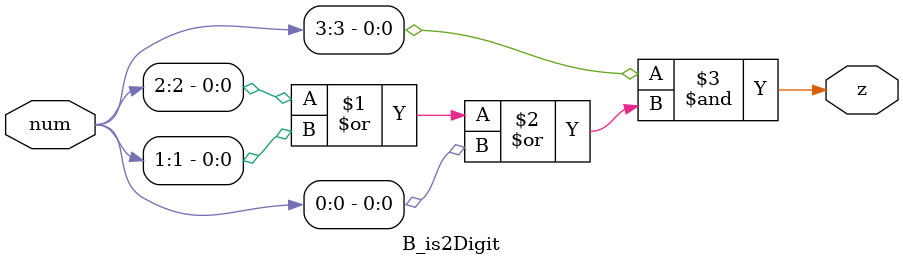
<source format=v>
module B_is2Digit(
	input [3:0]num,
	output z
);
/*
	Checks if the given 4-bit number is greater than 9.
*/
	assign z = (num[3] & (num[2] | num[1] | num[0]));
endmodule
</source>
